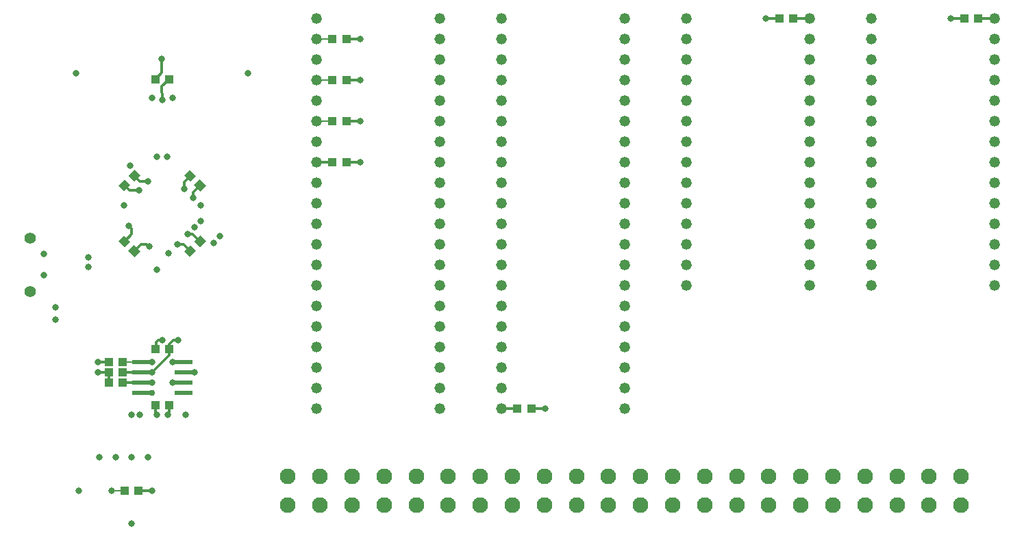
<source format=gbl>
G75*
%MOIN*%
%OFA0B0*%
%FSLAX24Y24*%
%IPPOS*%
%LPD*%
%AMOC8*
5,1,8,0,0,1.08239X$1,22.5*
%
%ADD10R,0.0433X0.0394*%
%ADD11C,0.0554*%
%ADD12C,0.0768*%
%ADD13R,0.0866X0.0236*%
%ADD14C,0.0520*%
%ADD15C,0.0320*%
%ADD16C,0.0120*%
%ADD17C,0.0240*%
%ADD18C,0.0300*%
%ADD19C,0.0080*%
%ADD20C,0.0160*%
D10*
X005665Y003660D03*
X006335Y003660D03*
X007165Y007810D03*
X007835Y007810D03*
X005585Y008910D03*
X005585Y009410D03*
X005585Y009910D03*
X004915Y009910D03*
X004915Y009410D03*
X004915Y008910D03*
X007165Y010535D03*
X007835Y010535D03*
G36*
X008571Y015310D02*
X008876Y015615D01*
X009155Y015336D01*
X008850Y015031D01*
X008571Y015310D01*
G37*
G36*
X009045Y015784D02*
X009350Y016089D01*
X009629Y015810D01*
X009324Y015505D01*
X009045Y015784D01*
G37*
G36*
X006150Y015031D02*
X005845Y015336D01*
X006124Y015615D01*
X006429Y015310D01*
X006150Y015031D01*
G37*
G36*
X005676Y015505D02*
X005371Y015810D01*
X005650Y016089D01*
X005955Y015784D01*
X005676Y015505D01*
G37*
G36*
X005955Y018536D02*
X005650Y018231D01*
X005371Y018510D01*
X005676Y018815D01*
X005955Y018536D01*
G37*
G36*
X006429Y019010D02*
X006124Y018705D01*
X005845Y018984D01*
X006150Y019289D01*
X006429Y019010D01*
G37*
G36*
X008850Y019289D02*
X009155Y018984D01*
X008876Y018705D01*
X008571Y019010D01*
X008850Y019289D01*
G37*
G36*
X009324Y018815D02*
X009629Y018510D01*
X009350Y018231D01*
X009045Y018536D01*
X009324Y018815D01*
G37*
X015790Y019660D03*
X016460Y019660D03*
X016460Y021660D03*
X015790Y021660D03*
X015790Y023660D03*
X016460Y023660D03*
X016460Y025660D03*
X015790Y025660D03*
X007835Y023684D03*
X007165Y023684D03*
X024790Y007660D03*
X025460Y007660D03*
X037540Y026660D03*
X038210Y026660D03*
X046540Y026660D03*
X047210Y026660D03*
D11*
X001071Y015959D03*
X001071Y013361D03*
D12*
X013620Y004360D03*
X015180Y004360D03*
X015180Y002960D03*
X013620Y002960D03*
X016740Y002960D03*
X018300Y002960D03*
X019860Y002960D03*
X021420Y002960D03*
X022980Y002960D03*
X024540Y002960D03*
X026100Y002960D03*
X027660Y002960D03*
X029220Y002960D03*
X030780Y002960D03*
X032340Y002960D03*
X033900Y002960D03*
X035460Y002960D03*
X035460Y004360D03*
X033900Y004360D03*
X032340Y004360D03*
X030780Y004360D03*
X029220Y004360D03*
X027660Y004360D03*
X026100Y004360D03*
X024540Y004360D03*
X022980Y004360D03*
X021420Y004360D03*
X019860Y004360D03*
X018300Y004360D03*
X016740Y004360D03*
X037020Y004360D03*
X038580Y004360D03*
X040140Y004360D03*
X041700Y004360D03*
X043260Y004360D03*
X044820Y004360D03*
X046380Y004360D03*
X046380Y002960D03*
X044820Y002960D03*
X043260Y002960D03*
X041700Y002960D03*
X040140Y002960D03*
X038580Y002960D03*
X037020Y002960D03*
D13*
X008524Y008410D03*
X008524Y008910D03*
X008524Y009410D03*
X008524Y009910D03*
X006476Y009910D03*
X006476Y009410D03*
X006476Y008910D03*
X006476Y008410D03*
D14*
X015000Y008660D03*
X015000Y007660D03*
X015000Y009660D03*
X015000Y010660D03*
X015000Y011660D03*
X015000Y012660D03*
X015000Y013660D03*
X015000Y014660D03*
X015000Y015660D03*
X015000Y016660D03*
X015000Y017660D03*
X015000Y018660D03*
X015000Y019660D03*
X015000Y020660D03*
X015000Y021660D03*
X015000Y022660D03*
X015000Y023660D03*
X015000Y024660D03*
X015000Y025660D03*
X015000Y026660D03*
X021000Y026660D03*
X021000Y025660D03*
X021000Y024660D03*
X021000Y023660D03*
X021000Y022660D03*
X021000Y021660D03*
X021000Y020660D03*
X021000Y019660D03*
X021000Y018660D03*
X021000Y017660D03*
X021000Y016660D03*
X021000Y015660D03*
X021000Y014660D03*
X021000Y013660D03*
X021000Y012660D03*
X021000Y011660D03*
X021000Y010660D03*
X021000Y009660D03*
X021000Y008660D03*
X021000Y007660D03*
X024000Y007660D03*
X024000Y008660D03*
X024000Y009660D03*
X024000Y010660D03*
X024000Y011660D03*
X024000Y012660D03*
X024000Y013660D03*
X024000Y014660D03*
X024000Y015660D03*
X024000Y016660D03*
X024000Y017660D03*
X024000Y018660D03*
X024000Y019660D03*
X024000Y020660D03*
X024000Y021660D03*
X024000Y022660D03*
X024000Y023660D03*
X024000Y024660D03*
X024000Y025660D03*
X024000Y026660D03*
X030000Y026660D03*
X030000Y025660D03*
X030000Y024660D03*
X030000Y023660D03*
X030000Y022660D03*
X030000Y021660D03*
X030000Y020660D03*
X030000Y019660D03*
X030000Y018660D03*
X030000Y017660D03*
X030000Y016660D03*
X030000Y015660D03*
X030000Y014660D03*
X030000Y013660D03*
X030000Y012660D03*
X030000Y011660D03*
X030000Y010660D03*
X030000Y009660D03*
X030000Y008660D03*
X030000Y007660D03*
X033000Y013660D03*
X033000Y014660D03*
X033000Y015660D03*
X033000Y016660D03*
X033000Y017660D03*
X033000Y018660D03*
X033000Y019660D03*
X033000Y020660D03*
X033000Y021660D03*
X033000Y022660D03*
X033000Y023660D03*
X033000Y024660D03*
X033000Y025660D03*
X033000Y026660D03*
X039000Y026660D03*
X039000Y025660D03*
X039000Y024660D03*
X039000Y023660D03*
X039000Y022660D03*
X039000Y021660D03*
X039000Y020660D03*
X039000Y019660D03*
X039000Y018660D03*
X039000Y017660D03*
X039000Y016660D03*
X039000Y015660D03*
X039000Y014660D03*
X039000Y013660D03*
X042000Y013660D03*
X042000Y014660D03*
X042000Y015660D03*
X042000Y016660D03*
X042000Y017660D03*
X042000Y018660D03*
X042000Y019660D03*
X042000Y020660D03*
X042000Y021660D03*
X042000Y022660D03*
X042000Y023660D03*
X042000Y024660D03*
X042000Y025660D03*
X042000Y026660D03*
X048000Y026660D03*
X048000Y025660D03*
X048000Y024660D03*
X048000Y023660D03*
X048000Y022660D03*
X048000Y021660D03*
X048000Y020660D03*
X048000Y019660D03*
X048000Y018660D03*
X048000Y017660D03*
X048000Y016660D03*
X048000Y015660D03*
X048000Y014660D03*
X048000Y013660D03*
D15*
X006000Y002035D03*
X005028Y003660D03*
X003453Y003660D03*
X004437Y005285D03*
X005224Y005285D03*
X006012Y005285D03*
X006799Y005285D03*
X006996Y003660D03*
X007232Y007345D03*
X007783Y007345D03*
X008652Y007345D03*
X008000Y008910D03*
X007000Y008910D03*
X007000Y009410D03*
X007000Y009910D03*
X008000Y009910D03*
X009063Y009410D03*
X008271Y010987D03*
X007503Y010987D03*
X004375Y009910D03*
X004375Y009410D03*
X006012Y007345D03*
X006406Y007345D03*
X002317Y011998D03*
X002317Y012588D03*
X001750Y014148D03*
X001750Y015172D03*
X003892Y015015D03*
X003892Y014560D03*
X006875Y015535D03*
X007813Y015223D03*
X008250Y015660D03*
X008750Y016160D03*
X009063Y016473D03*
X009375Y016775D03*
X009375Y017540D03*
X009005Y017910D03*
X008563Y018348D03*
X006808Y018718D03*
X006375Y018295D03*
X005625Y017535D03*
X005875Y016535D03*
X007250Y014410D03*
X010000Y015723D03*
X010313Y016035D03*
X005943Y019478D03*
X007250Y019910D03*
X007750Y019910D03*
X007500Y022673D03*
X007000Y022798D03*
X008000Y022798D03*
X007488Y024668D03*
X003315Y023979D03*
X011661Y023979D03*
X017125Y023660D03*
X017125Y021660D03*
X017125Y019660D03*
X017125Y025660D03*
X036875Y026660D03*
X045875Y026660D03*
X026125Y007660D03*
D16*
X025460Y007660D01*
X024790Y007660D02*
X024000Y007660D01*
X009337Y015797D02*
X008973Y016160D01*
X008750Y016160D01*
X008527Y015660D02*
X008250Y015660D01*
X008527Y015660D02*
X008863Y015323D01*
X006875Y015535D02*
X006750Y015660D01*
X006473Y015660D01*
X006137Y015323D01*
X006150Y015324D01*
X006162Y015328D01*
X006173Y015334D01*
X006183Y015342D01*
X005663Y015797D02*
X005664Y015810D01*
X005668Y015822D01*
X005674Y015833D01*
X005682Y015843D01*
X005663Y015797D02*
X006000Y016133D01*
X006000Y016410D01*
X005875Y016535D01*
X005902Y018285D02*
X006365Y018285D01*
X006375Y018295D01*
X006416Y018718D02*
X006808Y018718D01*
X006416Y018718D02*
X006137Y018997D01*
X005663Y018523D02*
X005902Y018285D01*
X005663Y018497D02*
X005663Y018523D01*
X008563Y018348D02*
X008563Y018696D01*
X008863Y018997D01*
X008850Y018996D01*
X008838Y018992D01*
X008827Y018986D01*
X008817Y018978D01*
X009337Y018523D02*
X009005Y018192D01*
X009005Y017910D01*
X015000Y019660D02*
X015790Y019660D01*
X016460Y019660D02*
X017125Y019660D01*
X017125Y021660D02*
X016460Y021660D01*
X016460Y023660D02*
X017125Y023660D01*
X017125Y025660D02*
X016460Y025660D01*
X007835Y023684D02*
X007488Y023337D01*
X007500Y022673D01*
X007165Y023684D02*
X007488Y024006D01*
X007488Y024668D01*
X007503Y010987D02*
X007291Y010987D01*
X007193Y010888D01*
X007193Y010563D01*
X007833Y010537D02*
X007833Y010790D01*
X008030Y010987D01*
X008271Y010987D01*
X007960Y010660D02*
X007882Y010582D01*
X007835Y010535D02*
X007835Y010245D01*
X007000Y009410D01*
X005585Y009410D01*
X006476Y009910D02*
X007000Y009910D01*
X007835Y010535D02*
X007960Y010410D01*
X008524Y009410D02*
X009063Y009410D01*
X008524Y008910D02*
X008000Y008910D01*
X007000Y008910D02*
X006476Y008910D01*
X005585Y008910D01*
X004915Y008910D02*
X004915Y009410D01*
X004375Y009410D01*
X004383Y009903D02*
X004375Y009910D01*
X004383Y009903D02*
X004915Y009910D01*
X006476Y008410D02*
X007000Y008410D01*
X006476Y008386D02*
X006476Y008410D01*
X007165Y007810D02*
X007165Y007373D01*
X007232Y007345D01*
X007783Y007345D02*
X007835Y007396D01*
X007835Y007810D01*
X006996Y003660D02*
X006335Y003660D01*
X036875Y026660D02*
X037540Y026660D01*
X038210Y026660D02*
X039000Y026660D01*
X045875Y026660D02*
X046540Y026660D01*
X047210Y026660D02*
X048000Y026660D01*
D17*
X007882Y010582D02*
X007835Y010535D01*
X007844Y010544D01*
X007193Y010563D02*
X007165Y010535D01*
X007094Y010606D01*
X007197Y007841D02*
X007165Y007810D01*
X007193Y007782D01*
X007165Y007810D02*
X007094Y007739D01*
X007835Y007810D02*
X007882Y007763D01*
D18*
X007000Y008410D03*
D19*
X006476Y009910D02*
X005585Y009910D01*
X008000Y009910D02*
X008524Y009910D01*
X005665Y003660D02*
X005028Y003660D01*
X015000Y021660D02*
X015790Y021660D01*
X015790Y023660D02*
X015000Y023660D01*
X015000Y025660D02*
X015790Y025660D01*
D20*
X007833Y010537D02*
X007835Y010535D01*
M02*

</source>
